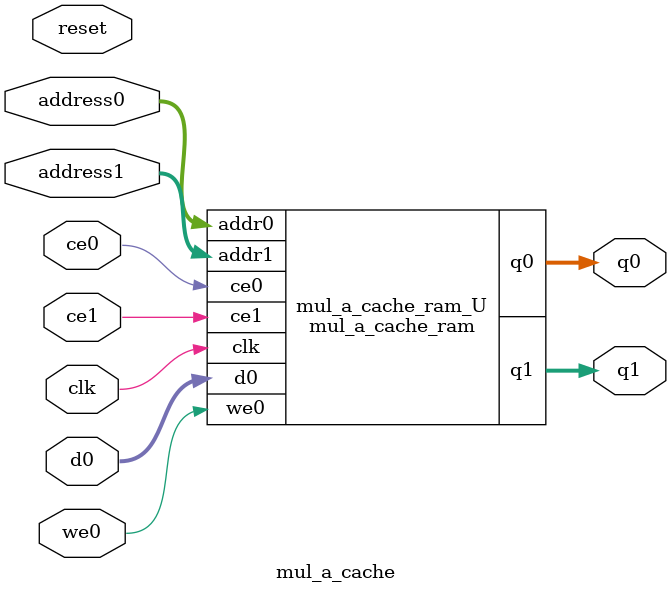
<source format=v>
`timescale 1 ns / 1 ps
module mul_a_cache_ram (addr0, ce0, d0, we0, q0, addr1, ce1, q1,  clk);

parameter DWIDTH = 32;
parameter AWIDTH = 7;
parameter MEM_SIZE = 100;

input[AWIDTH-1:0] addr0;
input ce0;
input[DWIDTH-1:0] d0;
input we0;
output reg[DWIDTH-1:0] q0;
input[AWIDTH-1:0] addr1;
input ce1;
output reg[DWIDTH-1:0] q1;
input clk;

(* ram_style = "block" *)reg [DWIDTH-1:0] ram[0:MEM_SIZE-1];




always @(posedge clk)  
begin 
    if (ce0) 
    begin
        if (we0) 
        begin 
            ram[addr0] <= d0; 
        end 
        q0 <= ram[addr0];
    end
end


always @(posedge clk)  
begin 
    if (ce1) 
    begin
        q1 <= ram[addr1];
    end
end


endmodule

`timescale 1 ns / 1 ps
module mul_a_cache(
    reset,
    clk,
    address0,
    ce0,
    we0,
    d0,
    q0,
    address1,
    ce1,
    q1);

parameter DataWidth = 32'd32;
parameter AddressRange = 32'd100;
parameter AddressWidth = 32'd7;
input reset;
input clk;
input[AddressWidth - 1:0] address0;
input ce0;
input we0;
input[DataWidth - 1:0] d0;
output[DataWidth - 1:0] q0;
input[AddressWidth - 1:0] address1;
input ce1;
output[DataWidth - 1:0] q1;



mul_a_cache_ram mul_a_cache_ram_U(
    .clk( clk ),
    .addr0( address0 ),
    .ce0( ce0 ),
    .we0( we0 ),
    .d0( d0 ),
    .q0( q0 ),
    .addr1( address1 ),
    .ce1( ce1 ),
    .q1( q1 ));

endmodule


</source>
